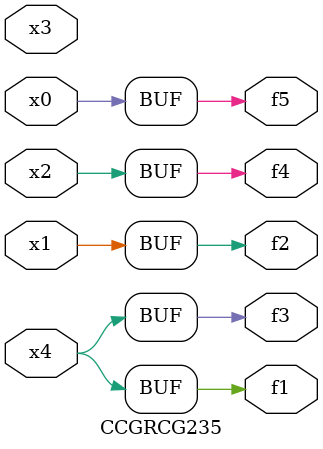
<source format=v>
module CCGRCG235(
	input x0, x1, x2, x3, x4,
	output f1, f2, f3, f4, f5
);
	assign f1 = x4;
	assign f2 = x1;
	assign f3 = x4;
	assign f4 = x2;
	assign f5 = x0;
endmodule

</source>
